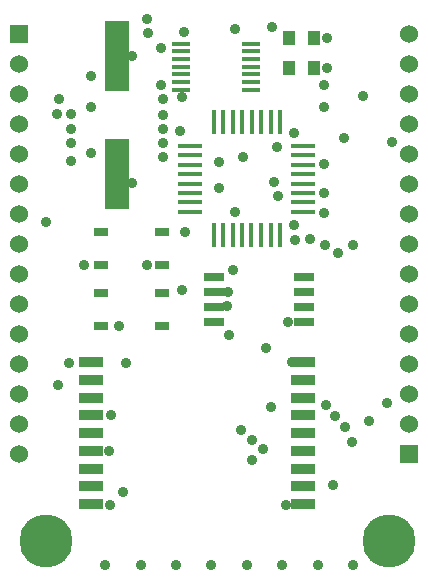
<source format=gts>
G04 (created by PCBNEW (2013-07-07 BZR 4022)-stable) date 2015/10/26 20:25:39*
%MOIN*%
G04 Gerber Fmt 3.4, Leading zero omitted, Abs format*
%FSLAX34Y34*%
G01*
G70*
G90*
G04 APERTURE LIST*
%ADD10C,0.00590551*%
%ADD11R,0.0787402X0.23622*%
%ADD12R,0.0787X0.0177*%
%ADD13R,0.0177X0.0787*%
%ADD14R,0.06X0.06*%
%ADD15C,0.06*%
%ADD16R,0.0708661X0.0299213*%
%ADD17R,0.0393701X0.045*%
%ADD18R,0.0787402X0.0354331*%
%ADD19R,0.0472441X0.0275591*%
%ADD20C,0.177165*%
%ADD21R,0.0629921X0.0165*%
%ADD22C,0.035*%
G04 APERTURE END LIST*
G54D10*
G54D11*
X21259Y-17677D03*
X21259Y-13740D03*
G54D12*
X23704Y-18943D03*
X23704Y-18628D03*
X23704Y-18313D03*
X23704Y-17998D03*
X23704Y-17683D03*
X23704Y-17368D03*
X23704Y-17053D03*
X23704Y-16738D03*
X27470Y-16740D03*
X27470Y-18950D03*
X27470Y-18630D03*
X27470Y-18310D03*
X27470Y-18000D03*
X27470Y-17680D03*
X27470Y-17370D03*
X27470Y-17050D03*
G54D13*
X24488Y-15950D03*
X24802Y-15950D03*
X25118Y-15950D03*
X25432Y-15950D03*
X25748Y-15950D03*
X26062Y-15950D03*
X26378Y-15950D03*
X26692Y-15950D03*
X24490Y-19730D03*
X24800Y-19730D03*
X25120Y-19730D03*
X25430Y-19730D03*
X25740Y-19730D03*
X26060Y-19730D03*
X26380Y-19730D03*
X26700Y-19730D03*
G54D14*
X31000Y-27000D03*
G54D15*
X31000Y-26000D03*
X31000Y-25000D03*
X31000Y-24000D03*
X31000Y-23000D03*
X31000Y-22000D03*
X31000Y-21000D03*
X31000Y-20000D03*
X31000Y-19000D03*
X31000Y-18000D03*
X31000Y-17000D03*
X31000Y-16000D03*
X31000Y-15000D03*
X31000Y-14000D03*
X31000Y-13000D03*
G54D14*
X18000Y-13000D03*
G54D15*
X18000Y-14000D03*
X18000Y-15000D03*
X18000Y-16000D03*
X18000Y-17000D03*
X18000Y-18000D03*
X18000Y-19000D03*
X18000Y-20000D03*
X18000Y-21000D03*
X18000Y-22000D03*
X18000Y-23000D03*
X18000Y-24000D03*
X18000Y-25000D03*
X18000Y-26000D03*
X18000Y-27000D03*
G54D16*
X24500Y-21100D03*
X24500Y-21600D03*
X24500Y-22100D03*
X24500Y-22600D03*
X27500Y-21100D03*
X27500Y-21600D03*
X27500Y-22100D03*
X27500Y-22600D03*
G54D17*
X27834Y-14133D03*
X27007Y-14133D03*
X27834Y-13149D03*
X27007Y-13149D03*
G54D18*
X20377Y-23954D03*
X20377Y-24545D03*
X20377Y-25135D03*
X20377Y-25726D03*
X20377Y-26316D03*
X20377Y-26907D03*
X20377Y-27498D03*
X20377Y-28088D03*
X20377Y-28679D03*
X27464Y-28679D03*
X27464Y-28088D03*
X27464Y-27498D03*
X27464Y-26907D03*
X27464Y-26316D03*
X27464Y-25726D03*
X27464Y-25135D03*
X27464Y-24545D03*
X27464Y-23954D03*
G54D19*
X20726Y-19598D03*
X22773Y-19598D03*
X20726Y-20701D03*
X22773Y-20701D03*
X22773Y-22751D03*
X20726Y-22751D03*
X22773Y-21648D03*
X20726Y-21648D03*
G54D20*
X30314Y-29921D03*
X18897Y-29921D03*
G54D21*
X23408Y-14100D03*
X23408Y-14356D03*
X23408Y-14612D03*
X23408Y-14868D03*
X25730Y-14868D03*
X23408Y-13332D03*
X23408Y-13588D03*
X23408Y-13844D03*
X25730Y-14612D03*
X25730Y-14356D03*
X25730Y-14100D03*
X25730Y-13844D03*
X25730Y-13588D03*
X25730Y-13332D03*
G54D22*
X29645Y-25905D03*
X21456Y-28267D03*
X25196Y-12834D03*
X26377Y-25433D03*
X26220Y-23464D03*
X26889Y-28700D03*
X29448Y-15078D03*
X23503Y-12952D03*
X24645Y-18149D03*
X26614Y-18425D03*
X24656Y-17294D03*
X26496Y-17952D03*
X27204Y-19881D03*
X27677Y-19842D03*
X28188Y-20039D03*
X28149Y-18307D03*
X28149Y-17362D03*
X27165Y-19370D03*
X19291Y-24724D03*
X22244Y-12519D03*
X22283Y-12992D03*
X19645Y-23976D03*
X19330Y-15196D03*
X22795Y-15196D03*
X22795Y-15708D03*
X19724Y-15669D03*
X25748Y-26535D03*
X28543Y-25748D03*
X28858Y-26102D03*
X26141Y-26850D03*
X25748Y-27204D03*
X29094Y-26614D03*
X28818Y-16496D03*
X28149Y-18976D03*
X28622Y-20314D03*
X30275Y-25314D03*
X22795Y-16181D03*
X19724Y-16181D03*
X22716Y-13464D03*
X22716Y-14724D03*
X22795Y-16653D03*
X19724Y-16653D03*
X22795Y-17125D03*
X19724Y-17244D03*
X28228Y-25393D03*
X25393Y-26220D03*
X27165Y-16299D03*
X30433Y-16614D03*
X23346Y-16259D03*
X22244Y-20708D03*
X19251Y-15669D03*
X20157Y-20708D03*
X29133Y-20039D03*
X29133Y-30708D03*
X27952Y-30708D03*
X26771Y-30708D03*
X25590Y-30708D03*
X24409Y-30708D03*
X23228Y-30708D03*
X22047Y-30708D03*
X20866Y-30708D03*
X20393Y-15433D03*
X20393Y-16968D03*
X20393Y-14409D03*
X28149Y-15433D03*
X28149Y-14724D03*
X25196Y-18937D03*
X25472Y-17125D03*
X26417Y-12795D03*
X18897Y-19291D03*
X28464Y-28031D03*
X23543Y-19606D03*
X23425Y-21535D03*
X27086Y-23937D03*
X23425Y-15118D03*
X26968Y-22598D03*
X21062Y-25708D03*
X21023Y-28700D03*
X26600Y-16796D03*
X21338Y-22755D03*
X21574Y-23976D03*
X20984Y-26929D03*
X28267Y-14133D03*
X28267Y-13149D03*
X24960Y-21614D03*
X24921Y-22086D03*
X25000Y-23031D03*
X21771Y-13740D03*
X21771Y-17992D03*
X25118Y-20866D03*
M02*

</source>
